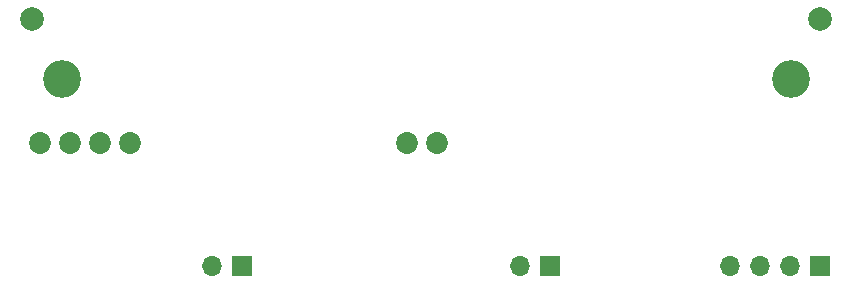
<source format=gbs>
G04 #@! TF.GenerationSoftware,KiCad,Pcbnew,6.0.2+dfsg-1*
G04 #@! TF.CreationDate,2023-05-09T13:47:27-05:00*
G04 #@! TF.ProjectId,dac-attack,6461632d-6174-4746-9163-6b2e6b696361,2023a*
G04 #@! TF.SameCoordinates,Original*
G04 #@! TF.FileFunction,Soldermask,Bot*
G04 #@! TF.FilePolarity,Negative*
%FSLAX46Y46*%
G04 Gerber Fmt 4.6, Leading zero omitted, Abs format (unit mm)*
G04 Created by KiCad (PCBNEW 6.0.2+dfsg-1) date 2023-05-09 13:47:27*
%MOMM*%
%LPD*%
G01*
G04 APERTURE LIST*
%ADD10C,3.200000*%
%ADD11C,2.000000*%
%ADD12C,1.854200*%
%ADD13R,1.700000X1.700000*%
%ADD14O,1.700000X1.700000*%
G04 APERTURE END LIST*
D10*
X169035000Y-72390000D03*
D11*
X104775000Y-67310000D03*
X171450000Y-67310000D03*
D10*
X107315000Y-72390000D03*
D12*
X136525000Y-77808550D03*
X139065000Y-77808550D03*
X105410000Y-77808550D03*
X107950000Y-77808550D03*
X110490000Y-77808550D03*
X113030000Y-77808550D03*
D13*
X148595000Y-88265000D03*
D14*
X146055000Y-88265000D03*
D13*
X171450000Y-88265000D03*
D14*
X168910000Y-88265000D03*
X166370000Y-88265000D03*
X163830000Y-88265000D03*
D13*
X122560000Y-88265000D03*
D14*
X120020000Y-88265000D03*
M02*

</source>
